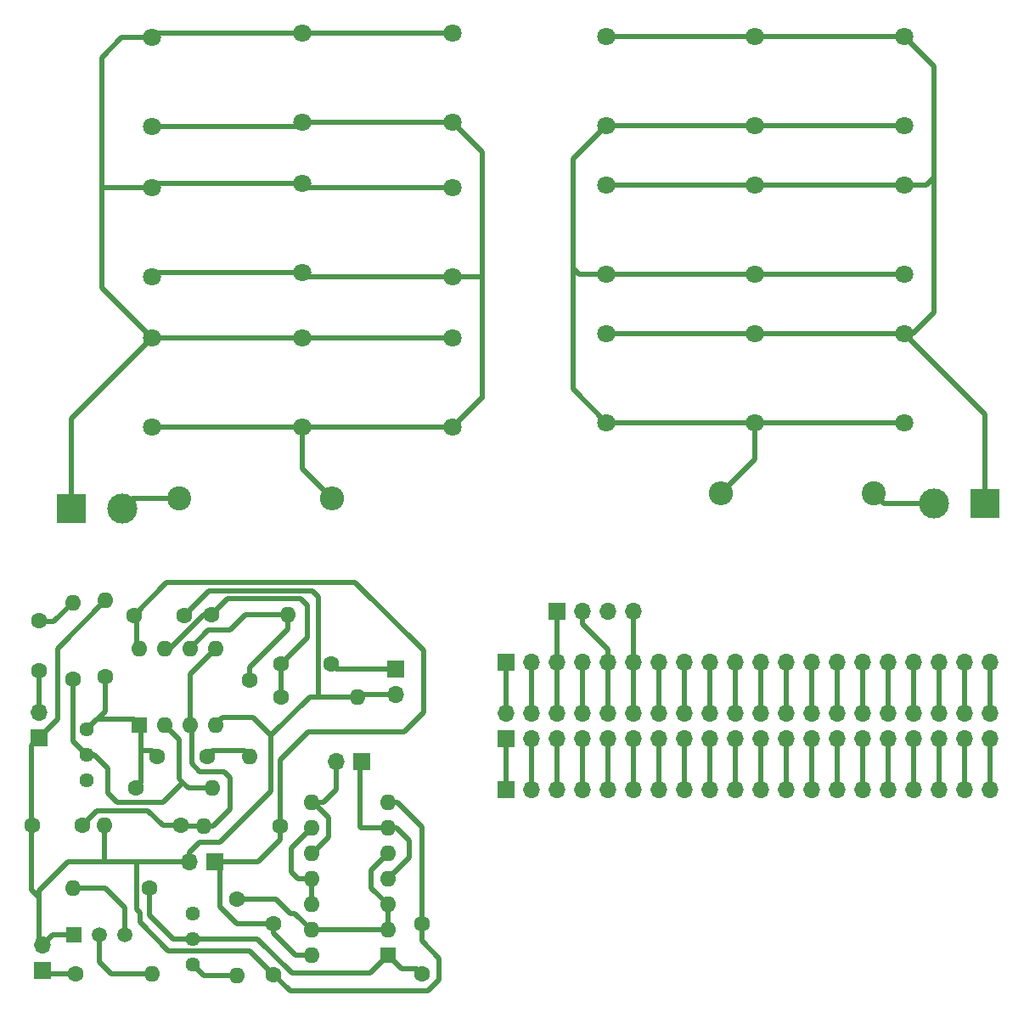
<source format=gbr>
%TF.GenerationSoftware,KiCad,Pcbnew,7.0.11+dfsg-1build4*%
%TF.CreationDate,2025-11-16T19:22:10-06:00*%
%TF.ProjectId,AdapterBoard,41646170-7465-4724-926f-6172642e6b69,rev?*%
%TF.SameCoordinates,Original*%
%TF.FileFunction,Copper,L2,Bot*%
%TF.FilePolarity,Positive*%
%FSLAX46Y46*%
G04 Gerber Fmt 4.6, Leading zero omitted, Abs format (unit mm)*
G04 Created by KiCad (PCBNEW 7.0.11+dfsg-1build4) date 2025-11-16 19:22:10*
%MOMM*%
%LPD*%
G01*
G04 APERTURE LIST*
%TA.AperFunction,ComponentPad*%
%ADD10R,3.000000X3.000000*%
%TD*%
%TA.AperFunction,ComponentPad*%
%ADD11C,3.000000*%
%TD*%
%TA.AperFunction,ComponentPad*%
%ADD12C,1.600000*%
%TD*%
%TA.AperFunction,ComponentPad*%
%ADD13O,1.600000X1.600000*%
%TD*%
%TA.AperFunction,ComponentPad*%
%ADD14R,1.700000X1.700000*%
%TD*%
%TA.AperFunction,ComponentPad*%
%ADD15O,1.700000X1.700000*%
%TD*%
%TA.AperFunction,ComponentPad*%
%ADD16R,1.500000X1.500000*%
%TD*%
%TA.AperFunction,ComponentPad*%
%ADD17C,1.500000*%
%TD*%
%TA.AperFunction,ComponentPad*%
%ADD18C,2.400000*%
%TD*%
%TA.AperFunction,ComponentPad*%
%ADD19O,2.400000X2.400000*%
%TD*%
%TA.AperFunction,ComponentPad*%
%ADD20R,1.600000X1.600000*%
%TD*%
%TA.AperFunction,ComponentPad*%
%ADD21C,1.440000*%
%TD*%
%TA.AperFunction,ComponentPad*%
%ADD22C,1.800000*%
%TD*%
%TA.AperFunction,Conductor*%
%ADD23C,0.500000*%
%TD*%
G04 APERTURE END LIST*
D10*
%TO.P,J9,1,Pin_1*%
%TO.N,Net-(J1-Pin_1)*%
X35000000Y-81000000D03*
D11*
%TO.P,J9,2,Pin_2*%
%TO.N,Net-(J9-Pin_2)*%
X40080000Y-81000000D03*
%TD*%
D10*
%TO.P,J13,1,Pin_1*%
%TO.N,Net-(J13-Pin_1)*%
X126080000Y-80500000D03*
D11*
%TO.P,J13,2,Pin_2*%
%TO.N,Net-(J13-Pin_2)*%
X121000000Y-80500000D03*
%TD*%
D12*
%TO.P,R12,1*%
%TO.N,Net-(C7-Pad1)*%
X48990000Y-91580000D03*
D13*
%TO.P,R12,2*%
%TO.N,Net-(U2B--)*%
X56610000Y-91580000D03*
%TD*%
D14*
%TO.P,J31,1,Pin_1*%
%TO.N,+5V*%
X49270000Y-116180000D03*
D15*
%TO.P,J31,2,Pin_2*%
%TO.N,GND*%
X46730000Y-116180000D03*
%TD*%
D16*
%TO.P,Q1,1,E*%
%TO.N,GND*%
X35220000Y-123470000D03*
D17*
%TO.P,Q1,2,B*%
%TO.N,Net-(Q1-B)*%
X37760000Y-123470000D03*
%TO.P,Q1,3,C*%
%TO.N,Net-(Q1-C)*%
X40300000Y-123470000D03*
%TD*%
D18*
%TO.P,R1,1*%
%TO.N,Net-(J9-Pin_2)*%
X45760000Y-80000000D03*
D19*
%TO.P,R1,2*%
%TO.N,Net-(J1-Pin_2)*%
X61000000Y-80000000D03*
%TD*%
D14*
%TO.P,J33,1,Pin_1*%
%TO.N,Net-(J33-Pin_1)*%
X67320000Y-96980000D03*
D15*
%TO.P,J33,2,Pin_2*%
%TO.N,GND*%
X67320000Y-99520000D03*
%TD*%
D12*
%TO.P,R13,1*%
%TO.N,Net-(C7-Pad1)*%
X55920000Y-99760000D03*
D13*
%TO.P,R13,2*%
%TO.N,GND*%
X63540000Y-99760000D03*
%TD*%
D12*
%TO.P,R9,1*%
%TO.N,Net-(C6-Pad1)*%
X41390000Y-108870000D03*
D13*
%TO.P,R9,2*%
%TO.N,Net-(U2A--)*%
X49010000Y-108870000D03*
%TD*%
D14*
%TO.P,J26,1,Pin_1*%
%TO.N,Net-(J25-Pin_1)*%
X78320000Y-109040000D03*
D15*
%TO.P,J26,2,Pin_2*%
%TO.N,Net-(J25-Pin_3)*%
X80860000Y-109040000D03*
%TO.P,J26,3,Pin_3*%
%TO.N,Net-(J25-Pin_5)*%
X83400000Y-109040000D03*
%TO.P,J26,4,Pin_4*%
%TO.N,Net-(J25-Pin_7)*%
X85940000Y-109040000D03*
%TO.P,J26,5,Pin_5*%
%TO.N,Net-(J25-Pin_9)*%
X88480000Y-109040000D03*
%TO.P,J26,6,Pin_6*%
%TO.N,Net-(J25-Pin_11)*%
X91020000Y-109040000D03*
%TO.P,J26,7,Pin_7*%
%TO.N,Net-(J25-Pin_13)*%
X93560000Y-109040000D03*
%TO.P,J26,8,Pin_8*%
%TO.N,Net-(J25-Pin_15)*%
X96100000Y-109040000D03*
%TO.P,J26,9,Pin_9*%
%TO.N,Net-(J25-Pin_17)*%
X98640000Y-109040000D03*
%TO.P,J26,10,Pin_10*%
%TO.N,Net-(J25-Pin_19)*%
X101180000Y-109040000D03*
%TO.P,J26,11,Pin_11*%
%TO.N,Net-(J25-Pin_21)*%
X103720000Y-109040000D03*
%TO.P,J26,12,Pin_12*%
%TO.N,Net-(J25-Pin_23)*%
X106260000Y-109040000D03*
%TO.P,J26,13,Pin_13*%
%TO.N,Net-(J25-Pin_25)*%
X108800000Y-109040000D03*
%TO.P,J26,14,Pin_14*%
%TO.N,Net-(J25-Pin_27)*%
X111340000Y-109040000D03*
%TO.P,J26,15,Pin_15*%
%TO.N,Net-(J25-Pin_29)*%
X113880000Y-109040000D03*
%TO.P,J26,16,Pin_16*%
%TO.N,Net-(J25-Pin_31)*%
X116420000Y-109040000D03*
%TO.P,J26,17,Pin_17*%
%TO.N,Net-(J25-Pin_33)*%
X118960000Y-109040000D03*
%TO.P,J26,18,Pin_18*%
%TO.N,Net-(J25-Pin_35)*%
X121500000Y-109040000D03*
%TO.P,J26,19,Pin_19*%
%TO.N,Net-(J25-Pin_37)*%
X124040000Y-109040000D03*
%TO.P,J26,20,Pin_20*%
%TO.N,Net-(J25-Pin_39)*%
X126580000Y-109040000D03*
%TD*%
D12*
%TO.P,C1,1*%
%TO.N,Net-(C1-Pad1)*%
X69930000Y-127410000D03*
%TO.P,C1,2*%
%TO.N,GND*%
X69930000Y-122410000D03*
%TD*%
%TO.P,C4,1*%
%TO.N,+5V*%
X41220000Y-91630000D03*
%TO.P,C4,2*%
%TO.N,GND*%
X46220000Y-91630000D03*
%TD*%
%TO.P,R11,1*%
%TO.N,Net-(C6-Pad1)*%
X38354000Y-97790000D03*
D13*
%TO.P,R11,2*%
%TO.N,GND*%
X38354000Y-90170000D03*
%TD*%
D14*
%TO.P,J28,1,Pin_1*%
%TO.N,Net-(J25-Pin_6)*%
X83400000Y-91260000D03*
D15*
%TO.P,J28,2,Pin_2*%
%TO.N,Net-(J25-Pin_10)*%
X85940000Y-91260000D03*
%TO.P,J28,3,Pin_3*%
%TO.N,Net-(J25-Pin_8)*%
X88480000Y-91260000D03*
%TO.P,J28,4,Pin_4*%
%TO.N,Net-(J25-Pin_12)*%
X91020000Y-91260000D03*
%TD*%
D20*
%TO.P,U1,1*%
%TO.N,Net-(C1-Pad1)*%
X66530000Y-125560000D03*
D13*
%TO.P,U1,2*%
%TO.N,Net-(R3-Pad1)*%
X66530000Y-123020000D03*
%TO.P,U1,3*%
X66530000Y-120480000D03*
%TO.P,U1,4*%
%TO.N,Net-(J29-Pin_1)*%
X66530000Y-117940000D03*
%TO.P,U1,5*%
%TO.N,Net-(R3-Pad1)*%
X66530000Y-115400000D03*
%TO.P,U1,6*%
%TO.N,Net-(J29-Pin_1)*%
X66530000Y-112860000D03*
%TO.P,U1,7,GND*%
%TO.N,GND*%
X66530000Y-110320000D03*
%TO.P,U1,8*%
%TO.N,Net-(J29-Pin_2)*%
X58910000Y-110320000D03*
%TO.P,U1,9*%
%TO.N,Net-(U1-Pad11)*%
X58910000Y-112860000D03*
%TO.P,U1,10*%
%TO.N,Net-(J29-Pin_2)*%
X58910000Y-115400000D03*
%TO.P,U1,11*%
%TO.N,Net-(U1-Pad11)*%
X58910000Y-117940000D03*
%TO.P,U1,12*%
X58910000Y-120480000D03*
%TO.P,U1,13*%
%TO.N,Net-(R3-Pad1)*%
X58910000Y-123020000D03*
%TO.P,U1,14,VCC*%
%TO.N,+5V*%
X58910000Y-125560000D03*
%TD*%
D14*
%TO.P,J27,1,Pin_1*%
%TO.N,Net-(J25-Pin_2)*%
X78320000Y-96340000D03*
D15*
%TO.P,J27,2,Pin_2*%
%TO.N,Net-(J25-Pin_4)*%
X80860000Y-96340000D03*
%TO.P,J27,3,Pin_3*%
%TO.N,Net-(J25-Pin_6)*%
X83400000Y-96340000D03*
%TO.P,J27,4,Pin_4*%
%TO.N,Net-(J25-Pin_8)*%
X85940000Y-96340000D03*
%TO.P,J27,5,Pin_5*%
%TO.N,Net-(J25-Pin_10)*%
X88480000Y-96340000D03*
%TO.P,J27,6,Pin_6*%
%TO.N,Net-(J25-Pin_12)*%
X91020000Y-96340000D03*
%TO.P,J27,7,Pin_7*%
%TO.N,Net-(J25-Pin_14)*%
X93560000Y-96340000D03*
%TO.P,J27,8,Pin_8*%
%TO.N,Net-(J25-Pin_16)*%
X96100000Y-96340000D03*
%TO.P,J27,9,Pin_9*%
%TO.N,Net-(J25-Pin_18)*%
X98640000Y-96340000D03*
%TO.P,J27,10,Pin_10*%
%TO.N,Net-(J25-Pin_20)*%
X101180000Y-96340000D03*
%TO.P,J27,11,Pin_11*%
%TO.N,Net-(J25-Pin_22)*%
X103720000Y-96340000D03*
%TO.P,J27,12,Pin_12*%
%TO.N,Net-(J25-Pin_24)*%
X106260000Y-96340000D03*
%TO.P,J27,13,Pin_13*%
%TO.N,Net-(J25-Pin_26)*%
X108800000Y-96340000D03*
%TO.P,J27,14,Pin_14*%
%TO.N,Net-(J25-Pin_28)*%
X111340000Y-96340000D03*
%TO.P,J27,15,Pin_15*%
%TO.N,Net-(J25-Pin_30)*%
X113880000Y-96340000D03*
%TO.P,J27,16,Pin_16*%
%TO.N,Net-(J25-Pin_32)*%
X116420000Y-96340000D03*
%TO.P,J27,17,Pin_17*%
%TO.N,Net-(J25-Pin_34)*%
X118960000Y-96340000D03*
%TO.P,J27,18,Pin_18*%
%TO.N,Net-(J25-Pin_36)*%
X121500000Y-96340000D03*
%TO.P,J27,19,Pin_19*%
%TO.N,Net-(J25-Pin_38)*%
X124040000Y-96340000D03*
%TO.P,J27,20,Pin_20*%
%TO.N,Net-(J25-Pin_40)*%
X126580000Y-96340000D03*
%TD*%
D12*
%TO.P,R6,1*%
%TO.N,Net-(U2A-+)*%
X45920000Y-112620000D03*
D13*
%TO.P,R6,2*%
%TO.N,GND*%
X38300000Y-112620000D03*
%TD*%
D14*
%TO.P,J29,1,Pin_1*%
%TO.N,Net-(J29-Pin_1)*%
X63970000Y-106250000D03*
D15*
%TO.P,J29,2,Pin_2*%
%TO.N,Net-(J29-Pin_2)*%
X61430000Y-106250000D03*
%TD*%
D12*
%TO.P,R10,1*%
%TO.N,Net-(U2B--)*%
X52800000Y-98100000D03*
D13*
%TO.P,R10,2*%
%TO.N,Net-(C6-Pad2)*%
X52800000Y-105720000D03*
%TD*%
D12*
%TO.P,C7,1*%
%TO.N,Net-(C7-Pad1)*%
X55920000Y-96510000D03*
%TO.P,C7,2*%
%TO.N,Net-(J33-Pin_1)*%
X60920000Y-96510000D03*
%TD*%
%TO.P,R3,1*%
%TO.N,Net-(R3-Pad1)*%
X51490000Y-119920000D03*
D13*
%TO.P,R3,2*%
%TO.N,Net-(R3-Pad2)*%
X51490000Y-127540000D03*
%TD*%
D20*
%TO.P,U2,1*%
%TO.N,Net-(C6-Pad1)*%
X41740000Y-102560000D03*
D13*
%TO.P,U2,2,-*%
%TO.N,Net-(U2A--)*%
X44280000Y-102560000D03*
%TO.P,U2,3,+*%
%TO.N,Net-(U2A-+)*%
X46820000Y-102560000D03*
%TO.P,U2,4,V-*%
%TO.N,GND*%
X49360000Y-102560000D03*
%TO.P,U2,5,+*%
%TO.N,Net-(U2A-+)*%
X49360000Y-94940000D03*
%TO.P,U2,6,-*%
%TO.N,Net-(U2B--)*%
X46820000Y-94940000D03*
%TO.P,U2,7*%
%TO.N,Net-(C7-Pad1)*%
X44280000Y-94940000D03*
%TO.P,U2,8,V+*%
%TO.N,+5V*%
X41740000Y-94940000D03*
%TD*%
D14*
%TO.P,J30,1,Pin_1*%
%TO.N,GND*%
X31740000Y-103875000D03*
D15*
%TO.P,J30,2,Pin_2*%
%TO.N,Net-(J30-Pin_2)*%
X31740000Y-101335000D03*
%TD*%
D18*
%TO.P,R2,1*%
%TO.N,Net-(J13-Pin_2)*%
X115000000Y-79500000D03*
D19*
%TO.P,R2,2*%
%TO.N,Net-(J15-Pin_2)*%
X99760000Y-79500000D03*
%TD*%
D12*
%TO.P,R5,1*%
%TO.N,Net-(J32-Pin_1)*%
X35370000Y-127400000D03*
D13*
%TO.P,R5,2*%
%TO.N,Net-(Q1-B)*%
X42990000Y-127400000D03*
%TD*%
D12*
%TO.P,R4,1*%
%TO.N,Net-(C1-Pad1)*%
X42800000Y-118840000D03*
D13*
%TO.P,R4,2*%
%TO.N,Net-(Q1-C)*%
X35180000Y-118840000D03*
%TD*%
D12*
%TO.P,C2,1*%
%TO.N,Net-(J30-Pin_2)*%
X31790000Y-97190000D03*
%TO.P,C2,2*%
%TO.N,Net-(C2-Pad2)*%
X31790000Y-92190000D03*
%TD*%
D21*
%TO.P,RV2,1,1*%
%TO.N,Net-(C6-Pad1)*%
X36510000Y-103040000D03*
%TO.P,RV2,2,2*%
%TO.N,Net-(U2A--)*%
X36510000Y-105580000D03*
%TO.P,RV2,3,3*%
%TO.N,unconnected-(RV2-Pad3)*%
X36510000Y-108120000D03*
%TD*%
D12*
%TO.P,C3,1*%
%TO.N,+5V*%
X55100000Y-122440000D03*
%TO.P,C3,2*%
%TO.N,GND*%
X55100000Y-127440000D03*
%TD*%
D14*
%TO.P,J32,1,Pin_1*%
%TO.N,Net-(J32-Pin_1)*%
X32090000Y-127050000D03*
D15*
%TO.P,J32,2,Pin_2*%
%TO.N,GND*%
X32090000Y-124510000D03*
%TD*%
D21*
%TO.P,RV1,1,1*%
%TO.N,Net-(R3-Pad2)*%
X47100000Y-126460000D03*
%TO.P,RV1,2,2*%
%TO.N,Net-(C1-Pad1)*%
X47100000Y-123920000D03*
%TO.P,RV1,3,3*%
%TO.N,unconnected-(RV1-Pad3)*%
X47100000Y-121380000D03*
%TD*%
D12*
%TO.P,C5,1*%
%TO.N,GND*%
X31100000Y-112560000D03*
%TO.P,C5,2*%
%TO.N,Net-(U2A-+)*%
X36100000Y-112560000D03*
%TD*%
%TO.P,R8,1*%
%TO.N,Net-(U2A--)*%
X35130000Y-98010000D03*
D13*
%TO.P,R8,2*%
%TO.N,Net-(C2-Pad2)*%
X35130000Y-90390000D03*
%TD*%
D12*
%TO.P,C6,1*%
%TO.N,Net-(C6-Pad1)*%
X43520000Y-105690000D03*
%TO.P,C6,2*%
%TO.N,Net-(C6-Pad2)*%
X48520000Y-105690000D03*
%TD*%
%TO.P,R7,1*%
%TO.N,+5V*%
X55770000Y-112690000D03*
D13*
%TO.P,R7,2*%
%TO.N,Net-(U2A-+)*%
X48150000Y-112690000D03*
%TD*%
D22*
%TO.P,J11,1,Pin_1*%
%TO.N,Net-(J1-Pin_1)*%
X43000000Y-34000000D03*
%TO.P,J11,2,Pin_2*%
%TO.N,Net-(J1-Pin_2)*%
X43000000Y-42890000D03*
%TD*%
%TO.P,J21,1,Pin_1*%
%TO.N,Net-(J13-Pin_1)*%
X103171682Y-63555000D03*
%TO.P,J21,2,Pin_2*%
%TO.N,Net-(J15-Pin_2)*%
X103171682Y-72445000D03*
%TD*%
%TO.P,J7,1,Pin_1*%
%TO.N,Net-(J1-Pin_1)*%
X58000000Y-33555000D03*
%TO.P,J7,2,Pin_2*%
%TO.N,Net-(J1-Pin_2)*%
X58000000Y-42445000D03*
%TD*%
%TO.P,J1,1,Pin_1*%
%TO.N,Net-(J1-Pin_1)*%
X73000000Y-33555000D03*
%TO.P,J1,2,Pin_2*%
%TO.N,Net-(J1-Pin_2)*%
X73000000Y-42445000D03*
%TD*%
%TO.P,J2,1,Pin_1*%
%TO.N,Net-(J1-Pin_1)*%
X43000000Y-49000000D03*
%TO.P,J2,2,Pin_2*%
%TO.N,Net-(J1-Pin_2)*%
X43000000Y-57890000D03*
%TD*%
%TO.P,J20,1,Pin_1*%
%TO.N,Net-(J13-Pin_1)*%
X103171682Y-48726682D03*
%TO.P,J20,2,Pin_2*%
%TO.N,Net-(J15-Pin_2)*%
X103171682Y-57616682D03*
%TD*%
%TO.P,J3,1,Pin_1*%
%TO.N,Net-(J1-Pin_1)*%
X73000000Y-49000000D03*
%TO.P,J3,2,Pin_2*%
%TO.N,Net-(J1-Pin_2)*%
X73000000Y-57890000D03*
%TD*%
D14*
%TO.P,J25,1,Pin_1*%
%TO.N,Net-(J25-Pin_1)*%
X78320000Y-103960000D03*
D15*
%TO.P,J25,2,Pin_2*%
%TO.N,Net-(J25-Pin_2)*%
X78320000Y-101420000D03*
%TO.P,J25,3,Pin_3*%
%TO.N,Net-(J25-Pin_3)*%
X80860000Y-103960000D03*
%TO.P,J25,4,Pin_4*%
%TO.N,Net-(J25-Pin_4)*%
X80860000Y-101420000D03*
%TO.P,J25,5,Pin_5*%
%TO.N,Net-(J25-Pin_5)*%
X83400000Y-103960000D03*
%TO.P,J25,6,Pin_6*%
%TO.N,Net-(J25-Pin_6)*%
X83400000Y-101420000D03*
%TO.P,J25,7,Pin_7*%
%TO.N,Net-(J25-Pin_7)*%
X85940000Y-103960000D03*
%TO.P,J25,8,Pin_8*%
%TO.N,Net-(J25-Pin_8)*%
X85940000Y-101420000D03*
%TO.P,J25,9,Pin_9*%
%TO.N,Net-(J25-Pin_9)*%
X88480000Y-103960000D03*
%TO.P,J25,10,Pin_10*%
%TO.N,Net-(J25-Pin_10)*%
X88480000Y-101420000D03*
%TO.P,J25,11,Pin_11*%
%TO.N,Net-(J25-Pin_11)*%
X91020000Y-103960000D03*
%TO.P,J25,12,Pin_12*%
%TO.N,Net-(J25-Pin_12)*%
X91020000Y-101420000D03*
%TO.P,J25,13,Pin_13*%
%TO.N,Net-(J25-Pin_13)*%
X93560000Y-103960000D03*
%TO.P,J25,14,Pin_14*%
%TO.N,Net-(J25-Pin_14)*%
X93560000Y-101420000D03*
%TO.P,J25,15,Pin_15*%
%TO.N,Net-(J25-Pin_15)*%
X96100000Y-103960000D03*
%TO.P,J25,16,Pin_16*%
%TO.N,Net-(J25-Pin_16)*%
X96100000Y-101420000D03*
%TO.P,J25,17,Pin_17*%
%TO.N,Net-(J25-Pin_17)*%
X98640000Y-103960000D03*
%TO.P,J25,18,Pin_18*%
%TO.N,Net-(J25-Pin_18)*%
X98640000Y-101420000D03*
%TO.P,J25,19,Pin_19*%
%TO.N,Net-(J25-Pin_19)*%
X101180000Y-103960000D03*
%TO.P,J25,20,Pin_20*%
%TO.N,Net-(J25-Pin_20)*%
X101180000Y-101420000D03*
%TO.P,J25,21,Pin_21*%
%TO.N,Net-(J25-Pin_21)*%
X103720000Y-103960000D03*
%TO.P,J25,22,Pin_22*%
%TO.N,Net-(J25-Pin_22)*%
X103720000Y-101420000D03*
%TO.P,J25,23,Pin_23*%
%TO.N,Net-(J25-Pin_23)*%
X106260000Y-103960000D03*
%TO.P,J25,24,Pin_24*%
%TO.N,Net-(J25-Pin_24)*%
X106260000Y-101420000D03*
%TO.P,J25,25,Pin_25*%
%TO.N,Net-(J25-Pin_25)*%
X108800000Y-103960000D03*
%TO.P,J25,26,Pin_26*%
%TO.N,Net-(J25-Pin_26)*%
X108800000Y-101420000D03*
%TO.P,J25,27,Pin_27*%
%TO.N,Net-(J25-Pin_27)*%
X111340000Y-103960000D03*
%TO.P,J25,28,Pin_28*%
%TO.N,Net-(J25-Pin_28)*%
X111340000Y-101420000D03*
%TO.P,J25,29,Pin_29*%
%TO.N,Net-(J25-Pin_29)*%
X113880000Y-103960000D03*
%TO.P,J25,30,Pin_30*%
%TO.N,Net-(J25-Pin_30)*%
X113880000Y-101420000D03*
%TO.P,J25,31,Pin_31*%
%TO.N,Net-(J25-Pin_31)*%
X116420000Y-103960000D03*
%TO.P,J25,32,Pin_32*%
%TO.N,Net-(J25-Pin_32)*%
X116420000Y-101420000D03*
%TO.P,J25,33,Pin_33*%
%TO.N,Net-(J25-Pin_33)*%
X118960000Y-103960000D03*
%TO.P,J25,34,Pin_34*%
%TO.N,Net-(J25-Pin_34)*%
X118960000Y-101420000D03*
%TO.P,J25,35,Pin_35*%
%TO.N,Net-(J25-Pin_35)*%
X121500000Y-103960000D03*
%TO.P,J25,36,Pin_36*%
%TO.N,Net-(J25-Pin_36)*%
X121500000Y-101420000D03*
%TO.P,J25,37,Pin_37*%
%TO.N,Net-(J25-Pin_37)*%
X124040000Y-103960000D03*
%TO.P,J25,38,Pin_38*%
%TO.N,Net-(J25-Pin_38)*%
X124040000Y-101420000D03*
%TO.P,J25,39,Pin_39*%
%TO.N,Net-(J25-Pin_39)*%
X126580000Y-103960000D03*
%TO.P,J25,40,Pin_40*%
%TO.N,Net-(J25-Pin_40)*%
X126580000Y-101420000D03*
%TD*%
D22*
%TO.P,J8,1,Pin_1*%
%TO.N,Net-(J1-Pin_1)*%
X73000000Y-64000000D03*
%TO.P,J8,2,Pin_2*%
%TO.N,Net-(J1-Pin_2)*%
X73000000Y-72890000D03*
%TD*%
%TO.P,J4,1,Pin_1*%
%TO.N,Net-(J1-Pin_1)*%
X58000000Y-48555000D03*
%TO.P,J4,2,Pin_2*%
%TO.N,Net-(J1-Pin_2)*%
X58000000Y-57445000D03*
%TD*%
%TO.P,J24,1,Pin_1*%
%TO.N,Net-(J13-Pin_1)*%
X88343364Y-63555000D03*
%TO.P,J24,2,Pin_2*%
%TO.N,Net-(J15-Pin_2)*%
X88343364Y-72445000D03*
%TD*%
%TO.P,J22,1,Pin_1*%
%TO.N,Net-(J13-Pin_1)*%
X88343364Y-33898364D03*
%TO.P,J22,2,Pin_2*%
%TO.N,Net-(J15-Pin_2)*%
X88343364Y-42788364D03*
%TD*%
%TO.P,J6,1,Pin_1*%
%TO.N,Net-(J1-Pin_1)*%
X58000000Y-64000000D03*
%TO.P,J6,2,Pin_2*%
%TO.N,Net-(J1-Pin_2)*%
X58000000Y-72890000D03*
%TD*%
%TO.P,J19,1,Pin_1*%
%TO.N,Net-(J13-Pin_1)*%
X103171682Y-33898364D03*
%TO.P,J19,2,Pin_2*%
%TO.N,Net-(J15-Pin_2)*%
X103171682Y-42788364D03*
%TD*%
%TO.P,J17,1,Pin_1*%
%TO.N,Net-(J13-Pin_1)*%
X118000000Y-48726682D03*
%TO.P,J17,2,Pin_2*%
%TO.N,Net-(J15-Pin_2)*%
X118000000Y-57616682D03*
%TD*%
%TO.P,J23,1,Pin_1*%
%TO.N,Net-(J13-Pin_1)*%
X88343364Y-48726682D03*
%TO.P,J23,2,Pin_2*%
%TO.N,Net-(J15-Pin_2)*%
X88343364Y-57616682D03*
%TD*%
%TO.P,J5,1,Pin_1*%
%TO.N,Net-(J1-Pin_1)*%
X43000000Y-64000000D03*
%TO.P,J5,2,Pin_2*%
%TO.N,Net-(J1-Pin_2)*%
X43000000Y-72890000D03*
%TD*%
%TO.P,J15,1,Pin_1*%
%TO.N,Net-(J13-Pin_1)*%
X118000000Y-33898364D03*
%TO.P,J15,2,Pin_2*%
%TO.N,Net-(J15-Pin_2)*%
X118000000Y-42788364D03*
%TD*%
%TO.P,J18,1,Pin_1*%
%TO.N,Net-(J13-Pin_1)*%
X118000000Y-63555000D03*
%TO.P,J18,2,Pin_2*%
%TO.N,Net-(J15-Pin_2)*%
X118000000Y-72445000D03*
%TD*%
D23*
%TO.N,Net-(J13-Pin_1)*%
X120273318Y-48726682D02*
X121000000Y-48000000D01*
X103171682Y-63555000D02*
X118000000Y-63555000D01*
X118000000Y-33898364D02*
X121000000Y-36898364D01*
X126080000Y-80500000D02*
X126080000Y-71635000D01*
X118000000Y-48726682D02*
X103171682Y-48726682D01*
X118000000Y-33898364D02*
X103171682Y-33898364D01*
X121000000Y-48000000D02*
X121000000Y-61445000D01*
X126080000Y-71635000D02*
X118000000Y-63555000D01*
X121000000Y-61445000D02*
X118890000Y-63555000D01*
X103171682Y-48726682D02*
X88343364Y-48726682D01*
X103171682Y-33898364D02*
X88343364Y-33898364D01*
X88343364Y-63555000D02*
X103171682Y-63555000D01*
X118000000Y-48726682D02*
X120273318Y-48726682D01*
X121000000Y-36898364D02*
X121000000Y-48000000D01*
X118890000Y-63555000D02*
X118000000Y-63555000D01*
%TO.N,Net-(J13-Pin_2)*%
X116000000Y-80500000D02*
X115000000Y-79500000D01*
X121000000Y-80500000D02*
X116000000Y-80500000D01*
%TO.N,Net-(J9-Pin_2)*%
X41080000Y-80000000D02*
X40080000Y-81000000D01*
X45760000Y-80000000D02*
X41080000Y-80000000D01*
%TO.N,Net-(J15-Pin_2)*%
X103171682Y-72445000D02*
X88343364Y-72445000D01*
X85000000Y-46131728D02*
X85000000Y-57000000D01*
X118000000Y-72445000D02*
X103171682Y-72445000D01*
X85000000Y-57000000D02*
X85000000Y-69101636D01*
X103171682Y-42788364D02*
X88343364Y-42788364D01*
X88343364Y-57616682D02*
X85616682Y-57616682D01*
X85000000Y-69101636D02*
X88343364Y-72445000D01*
X118000000Y-57616682D02*
X103171682Y-57616682D01*
X88343364Y-42788364D02*
X85000000Y-46131728D01*
X103171682Y-57616682D02*
X88343364Y-57616682D01*
X103171682Y-76088318D02*
X99760000Y-79500000D01*
X103171682Y-72445000D02*
X103171682Y-76088318D01*
X118000000Y-42788364D02*
X103171682Y-42788364D01*
X85616682Y-57616682D02*
X85000000Y-57000000D01*
%TO.N,Net-(J1-Pin_1)*%
X35000000Y-81000000D02*
X35000000Y-72000000D01*
X35000000Y-72000000D02*
X43000000Y-64000000D01*
X73000000Y-33555000D02*
X58000000Y-33555000D01*
X58000000Y-64000000D02*
X43000000Y-64000000D01*
X73000000Y-49000000D02*
X58445000Y-49000000D01*
X40000000Y-34000000D02*
X38000000Y-36000000D01*
X38000000Y-36000000D02*
X38000000Y-49000000D01*
X58445000Y-49000000D02*
X58000000Y-48555000D01*
X43000000Y-34000000D02*
X40000000Y-34000000D01*
X43445000Y-48555000D02*
X43000000Y-49000000D01*
X43000000Y-49000000D02*
X38000000Y-49000000D01*
X58000000Y-33555000D02*
X43445000Y-33555000D01*
X38000000Y-59000000D02*
X43000000Y-64000000D01*
X58000000Y-48555000D02*
X43445000Y-48555000D01*
X38000000Y-49000000D02*
X38000000Y-59000000D01*
X43445000Y-33555000D02*
X43000000Y-34000000D01*
X73000000Y-64000000D02*
X58000000Y-64000000D01*
%TO.N,Net-(J1-Pin_2)*%
X58000000Y-72890000D02*
X58000000Y-77000000D01*
X76000000Y-58000000D02*
X76000000Y-45445000D01*
X58000000Y-57445000D02*
X43445000Y-57445000D01*
X75890000Y-57890000D02*
X76000000Y-58000000D01*
X43445000Y-57445000D02*
X43000000Y-57890000D01*
X75890000Y-70000000D02*
X76000000Y-70000000D01*
X57555000Y-42890000D02*
X58000000Y-42445000D01*
X73000000Y-57890000D02*
X58445000Y-57890000D01*
X58000000Y-77000000D02*
X61000000Y-80000000D01*
X73000000Y-42445000D02*
X58000000Y-42445000D01*
X73000000Y-57890000D02*
X75890000Y-57890000D01*
X76000000Y-70000000D02*
X76000000Y-58000000D01*
X58000000Y-72890000D02*
X43000000Y-72890000D01*
X58445000Y-57890000D02*
X58000000Y-57445000D01*
X73000000Y-72890000D02*
X58000000Y-72890000D01*
X76000000Y-45445000D02*
X73000000Y-42445000D01*
X73000000Y-72890000D02*
X75890000Y-70000000D01*
X43000000Y-42890000D02*
X57555000Y-42890000D01*
%TO.N,Net-(J25-Pin_1)*%
X78320000Y-103960000D02*
X78320000Y-109040000D01*
%TO.N,Net-(J25-Pin_2)*%
X78320000Y-101420000D02*
X78320000Y-96340000D01*
%TO.N,Net-(J25-Pin_3)*%
X80860000Y-103960000D02*
X80860000Y-109040000D01*
%TO.N,Net-(J25-Pin_4)*%
X80860000Y-101420000D02*
X80860000Y-96340000D01*
%TO.N,Net-(J25-Pin_5)*%
X83400000Y-103960000D02*
X83400000Y-109040000D01*
%TO.N,Net-(J25-Pin_6)*%
X83400000Y-96340000D02*
X83400000Y-91260000D01*
X83400000Y-101420000D02*
X83400000Y-96340000D01*
%TO.N,Net-(J25-Pin_7)*%
X85940000Y-103960000D02*
X85940000Y-109040000D01*
%TO.N,Net-(J25-Pin_8)*%
X85940000Y-96340000D02*
X85940000Y-101420000D01*
%TO.N,Net-(J25-Pin_9)*%
X88480000Y-103960000D02*
X88480000Y-109040000D01*
%TO.N,Net-(J25-Pin_10)*%
X88480000Y-96340000D02*
X88480000Y-101420000D01*
X88480000Y-95070000D02*
X88480000Y-96340000D01*
X85940000Y-91260000D02*
X85940000Y-92530000D01*
X85940000Y-92530000D02*
X88480000Y-95070000D01*
%TO.N,Net-(J25-Pin_11)*%
X91020000Y-103960000D02*
X91020000Y-109040000D01*
%TO.N,Net-(J25-Pin_12)*%
X91020000Y-96340000D02*
X91020000Y-101420000D01*
X91020000Y-96340000D02*
X91020000Y-91260000D01*
%TO.N,Net-(J25-Pin_13)*%
X93560000Y-103960000D02*
X93560000Y-109040000D01*
%TO.N,Net-(J25-Pin_14)*%
X93560000Y-96340000D02*
X93560000Y-101420000D01*
%TO.N,Net-(J25-Pin_15)*%
X96100000Y-103960000D02*
X96100000Y-109040000D01*
%TO.N,Net-(J25-Pin_16)*%
X96100000Y-96340000D02*
X96100000Y-101420000D01*
%TO.N,Net-(J25-Pin_17)*%
X98640000Y-103960000D02*
X98640000Y-109040000D01*
%TO.N,Net-(J25-Pin_18)*%
X98640000Y-101420000D02*
X98640000Y-96340000D01*
%TO.N,Net-(J25-Pin_19)*%
X101180000Y-103960000D02*
X101180000Y-109040000D01*
%TO.N,Net-(J25-Pin_20)*%
X101180000Y-96340000D02*
X101180000Y-101420000D01*
%TO.N,Net-(J25-Pin_21)*%
X103720000Y-103960000D02*
X103720000Y-109040000D01*
%TO.N,Net-(J25-Pin_22)*%
X103720000Y-96340000D02*
X103720000Y-101420000D01*
%TO.N,Net-(J25-Pin_23)*%
X106260000Y-103960000D02*
X106260000Y-109040000D01*
%TO.N,Net-(J25-Pin_24)*%
X106260000Y-96340000D02*
X106260000Y-101420000D01*
%TO.N,Net-(J25-Pin_25)*%
X108800000Y-103960000D02*
X108800000Y-109040000D01*
%TO.N,Net-(J25-Pin_26)*%
X108800000Y-96340000D02*
X108800000Y-101420000D01*
%TO.N,Net-(J25-Pin_27)*%
X111340000Y-103960000D02*
X111340000Y-109040000D01*
%TO.N,Net-(J25-Pin_28)*%
X111340000Y-96340000D02*
X111340000Y-101420000D01*
%TO.N,Net-(J25-Pin_29)*%
X113880000Y-103960000D02*
X113880000Y-109040000D01*
%TO.N,Net-(J25-Pin_30)*%
X113880000Y-96340000D02*
X113880000Y-101420000D01*
%TO.N,Net-(J25-Pin_31)*%
X116420000Y-109040000D02*
X116420000Y-103960000D01*
%TO.N,Net-(J25-Pin_32)*%
X116420000Y-101420000D02*
X116420000Y-96340000D01*
%TO.N,Net-(J25-Pin_33)*%
X118960000Y-103960000D02*
X118960000Y-109040000D01*
%TO.N,Net-(J25-Pin_34)*%
X118960000Y-101420000D02*
X118960000Y-96340000D01*
%TO.N,Net-(J25-Pin_35)*%
X121500000Y-103960000D02*
X121500000Y-109040000D01*
%TO.N,Net-(J25-Pin_36)*%
X121500000Y-96340000D02*
X121500000Y-101420000D01*
%TO.N,Net-(J25-Pin_37)*%
X124040000Y-103960000D02*
X124040000Y-109040000D01*
%TO.N,Net-(J25-Pin_38)*%
X124040000Y-101420000D02*
X124040000Y-96340000D01*
%TO.N,Net-(J25-Pin_39)*%
X126580000Y-103960000D02*
X126580000Y-109040000D01*
%TO.N,Net-(J25-Pin_40)*%
X126580000Y-101420000D02*
X126580000Y-96340000D01*
%TO.N,Net-(C1-Pad1)*%
X42800000Y-118840000D02*
X42800000Y-121550000D01*
X46250000Y-123920000D02*
X47100000Y-123920000D01*
X66530000Y-125560000D02*
X64770000Y-127320000D01*
X53560000Y-123920000D02*
X47100000Y-123920000D01*
X64770000Y-127320000D02*
X56960000Y-127320000D01*
X56960000Y-127320000D02*
X53560000Y-123920000D01*
X42800000Y-121550000D02*
X45170000Y-123920000D01*
X66530000Y-125560000D02*
X67875000Y-126905000D01*
X45170000Y-123920000D02*
X46250000Y-123920000D01*
X67875000Y-126905000D02*
X69425000Y-126905000D01*
X69425000Y-126905000D02*
X69930000Y-127410000D01*
%TO.N,GND*%
X56790000Y-129130000D02*
X55100000Y-127440000D01*
X31000000Y-112660000D02*
X31100000Y-112560000D01*
X31740000Y-119770000D02*
X31740000Y-124160000D01*
X48670000Y-89180000D02*
X46220000Y-91630000D01*
X69930000Y-122410000D02*
X69930000Y-112770000D01*
X41810000Y-122240000D02*
X41810000Y-121300000D01*
X31000000Y-119030000D02*
X31000000Y-112660000D01*
X59590000Y-89780000D02*
X58990000Y-89180000D01*
X34680000Y-116180000D02*
X31740000Y-119120000D01*
X58736000Y-99760000D02*
X54864000Y-103632000D01*
X67320000Y-99520000D02*
X63780000Y-99520000D01*
X35220000Y-123470000D02*
X33130000Y-123470000D01*
X49360000Y-102560000D02*
X50066000Y-101854000D01*
X71660000Y-125840000D02*
X71660000Y-127980000D01*
X34680000Y-116180000D02*
X38250000Y-116180000D01*
X33590000Y-94934000D02*
X33590000Y-102025000D01*
X38250000Y-116180000D02*
X41470000Y-116180000D01*
X67480000Y-110320000D02*
X66530000Y-110320000D01*
X31100000Y-112560000D02*
X31000000Y-112460000D01*
X71660000Y-127980000D02*
X70510000Y-129130000D01*
X41470000Y-120960000D02*
X41470000Y-116180000D01*
X33590000Y-102025000D02*
X31740000Y-103875000D01*
X31740000Y-119770000D02*
X31000000Y-119030000D01*
X59590000Y-99760000D02*
X58736000Y-99760000D01*
X38300000Y-112620000D02*
X38300000Y-116130000D01*
X69930000Y-112770000D02*
X67480000Y-110320000D01*
X70510000Y-129130000D02*
X56790000Y-129130000D01*
X31740000Y-119120000D02*
X31740000Y-119770000D01*
X59590000Y-99760000D02*
X59590000Y-89780000D01*
X49784000Y-114300000D02*
X47752000Y-114300000D01*
X31000000Y-104615000D02*
X31740000Y-103875000D01*
X44660000Y-125090000D02*
X41810000Y-122240000D01*
X46730000Y-115322000D02*
X46730000Y-116180000D01*
X55100000Y-127440000D02*
X52750000Y-125090000D01*
X52750000Y-125090000D02*
X44660000Y-125090000D01*
X69930000Y-122410000D02*
X69930000Y-124110000D01*
X50066000Y-101854000D02*
X53086000Y-101854000D01*
X41470000Y-116180000D02*
X46730000Y-116180000D01*
X53086000Y-101854000D02*
X54864000Y-103632000D01*
X38354000Y-90170000D02*
X33590000Y-94934000D01*
X69930000Y-124110000D02*
X71660000Y-125840000D01*
X63540000Y-99760000D02*
X59590000Y-99760000D01*
X38300000Y-116130000D02*
X38250000Y-116180000D01*
X41810000Y-121300000D02*
X41470000Y-120960000D01*
X54864000Y-109220000D02*
X49784000Y-114300000D01*
X31000000Y-112460000D02*
X31000000Y-104615000D01*
X63780000Y-99520000D02*
X63540000Y-99760000D01*
X58990000Y-89180000D02*
X48670000Y-89180000D01*
X47752000Y-114300000D02*
X46730000Y-115322000D01*
X33130000Y-123470000D02*
X32090000Y-124510000D01*
X54864000Y-103632000D02*
X54864000Y-109220000D01*
X31740000Y-124160000D02*
X32090000Y-124510000D01*
%TO.N,Net-(J30-Pin_2)*%
X31790000Y-101285000D02*
X31740000Y-101335000D01*
X31790000Y-97190000D02*
X31790000Y-101285000D01*
%TO.N,Net-(C2-Pad2)*%
X33220000Y-92300000D02*
X31900000Y-92300000D01*
X31900000Y-92300000D02*
X31790000Y-92190000D01*
X35130000Y-90390000D02*
X33220000Y-92300000D01*
%TO.N,+5V*%
X41482000Y-94682000D02*
X41740000Y-94940000D01*
X44480000Y-88370000D02*
X41220000Y-91630000D01*
X49760000Y-120720000D02*
X49760000Y-116670000D01*
X55770000Y-106090000D02*
X58620000Y-103240000D01*
X68190000Y-103240000D02*
X70100000Y-101330000D01*
X55770000Y-112690000D02*
X55770000Y-106090000D01*
X41482000Y-91892000D02*
X41482000Y-94682000D01*
X55770000Y-112690000D02*
X55770000Y-114030000D01*
X51480000Y-122440000D02*
X49760000Y-120720000D01*
X63300000Y-88370000D02*
X44480000Y-88370000D01*
X55100000Y-123300000D02*
X55100000Y-122440000D01*
X70100000Y-95170000D02*
X63300000Y-88370000D01*
X49760000Y-116670000D02*
X49270000Y-116180000D01*
X53620000Y-116180000D02*
X49270000Y-116180000D01*
X57360000Y-125560000D02*
X55100000Y-123300000D01*
X58910000Y-125560000D02*
X57360000Y-125560000D01*
X55770000Y-114030000D02*
X53620000Y-116180000D01*
X41220000Y-91630000D02*
X41482000Y-91892000D01*
X70100000Y-101330000D02*
X70100000Y-95170000D01*
X58620000Y-103240000D02*
X68190000Y-103240000D01*
X55100000Y-122440000D02*
X51480000Y-122440000D01*
%TO.N,Net-(C6-Pad1)*%
X38354000Y-101196000D02*
X36510000Y-103040000D01*
X36510000Y-103040000D02*
X37520000Y-102030000D01*
X41910000Y-108350000D02*
X41390000Y-108870000D01*
X41910000Y-102730000D02*
X41910000Y-105156000D01*
X41210000Y-102030000D02*
X41740000Y-102560000D01*
X41910000Y-105156000D02*
X41910000Y-108350000D01*
X41740000Y-102560000D02*
X41910000Y-102730000D01*
X43520000Y-105690000D02*
X42986000Y-105156000D01*
X38354000Y-97790000D02*
X38354000Y-101196000D01*
X37520000Y-102030000D02*
X41210000Y-102030000D01*
X42986000Y-105156000D02*
X41910000Y-105156000D01*
%TO.N,Net-(C6-Pad2)*%
X49054000Y-105156000D02*
X48520000Y-105690000D01*
X52800000Y-105720000D02*
X52236000Y-105156000D01*
X52236000Y-105156000D02*
X49054000Y-105156000D01*
%TO.N,Net-(C7-Pad1)*%
X48190000Y-91580000D02*
X44830000Y-94940000D01*
X44830000Y-94940000D02*
X44280000Y-94940000D01*
X55920000Y-96510000D02*
X55920000Y-99760000D01*
X58540000Y-93890000D02*
X55920000Y-96510000D01*
X58540000Y-90680000D02*
X58540000Y-93890000D01*
X48990000Y-91580000D02*
X48190000Y-91580000D01*
X57830000Y-89970000D02*
X58540000Y-90680000D01*
X48990000Y-91580000D02*
X50600000Y-89970000D01*
X50600000Y-89970000D02*
X57830000Y-89970000D01*
%TO.N,Net-(J33-Pin_1)*%
X61390000Y-96980000D02*
X60920000Y-96510000D01*
X67320000Y-96980000D02*
X61390000Y-96980000D01*
%TO.N,Net-(J29-Pin_1)*%
X63970000Y-106250000D02*
X63790000Y-106430000D01*
X63900000Y-112860000D02*
X66530000Y-112860000D01*
X63790000Y-112750000D02*
X63900000Y-112860000D01*
X68670000Y-114105000D02*
X67425000Y-112860000D01*
X63790000Y-106430000D02*
X63790000Y-112750000D01*
X66530000Y-117940000D02*
X68670000Y-115800000D01*
X67425000Y-112860000D02*
X66530000Y-112860000D01*
X68670000Y-115800000D02*
X68670000Y-114105000D01*
%TO.N,Net-(J29-Pin_2)*%
X60660000Y-113725000D02*
X60660000Y-111855000D01*
X60145000Y-110320000D02*
X58910000Y-110320000D01*
X61430000Y-109035000D02*
X60145000Y-110320000D01*
X61430000Y-106250000D02*
X61430000Y-109035000D01*
X58910000Y-115400000D02*
X58985000Y-115400000D01*
X58985000Y-115400000D02*
X60660000Y-113725000D01*
X59125000Y-110320000D02*
X58910000Y-110320000D01*
X60660000Y-111855000D02*
X59125000Y-110320000D01*
%TO.N,Net-(J32-Pin_1)*%
X32440000Y-127400000D02*
X32090000Y-127050000D01*
X35370000Y-127400000D02*
X32440000Y-127400000D01*
%TO.N,Net-(Q1-B)*%
X38980000Y-127400000D02*
X42990000Y-127400000D01*
X37760000Y-123470000D02*
X37760000Y-126180000D01*
X37760000Y-126180000D02*
X38980000Y-127400000D01*
%TO.N,Net-(Q1-C)*%
X40300000Y-120800000D02*
X38340000Y-118840000D01*
X38340000Y-118840000D02*
X35180000Y-118840000D01*
X40300000Y-123470000D02*
X40300000Y-120800000D01*
%TO.N,Net-(R3-Pad1)*%
X58910000Y-123020000D02*
X66530000Y-123020000D01*
X57240000Y-121350000D02*
X58910000Y-123020000D01*
X66530000Y-120480000D02*
X64870000Y-118820000D01*
X51490000Y-119920000D02*
X55390000Y-119920000D01*
X64870000Y-117060000D02*
X66530000Y-115400000D01*
X64870000Y-118820000D02*
X64870000Y-117060000D01*
X56820000Y-121350000D02*
X57240000Y-121350000D01*
X55390000Y-119920000D02*
X56820000Y-121350000D01*
X66530000Y-120480000D02*
X66530000Y-123020000D01*
%TO.N,Net-(R3-Pad2)*%
X48180000Y-127540000D02*
X47100000Y-126460000D01*
X51490000Y-127540000D02*
X48180000Y-127540000D01*
%TO.N,Net-(U1-Pad11)*%
X57615000Y-117940000D02*
X56930000Y-117255000D01*
X58910000Y-120480000D02*
X58910000Y-117940000D01*
X58910000Y-117940000D02*
X57615000Y-117940000D01*
X56930000Y-114840000D02*
X58910000Y-112860000D01*
X56930000Y-117255000D02*
X56930000Y-114840000D01*
%TO.N,Net-(U2A-+)*%
X50800000Y-110998000D02*
X50800000Y-107840000D01*
X50190000Y-107230000D02*
X47794000Y-107230000D01*
X37560000Y-111100000D02*
X42580000Y-111100000D01*
X45990000Y-112690000D02*
X45920000Y-112620000D01*
X42580000Y-111100000D02*
X44100000Y-112620000D01*
X49108000Y-112690000D02*
X50800000Y-110998000D01*
X47794000Y-107230000D02*
X46990000Y-106426000D01*
X48150000Y-112690000D02*
X49108000Y-112690000D01*
X36100000Y-112560000D02*
X37560000Y-111100000D01*
X46820000Y-97480000D02*
X49360000Y-94940000D01*
X46990000Y-102730000D02*
X46820000Y-102560000D01*
X46820000Y-102560000D02*
X46820000Y-97480000D01*
X46990000Y-106426000D02*
X46990000Y-102730000D01*
X44100000Y-112620000D02*
X45920000Y-112620000D01*
X50800000Y-107840000D02*
X50190000Y-107230000D01*
X48150000Y-112690000D02*
X45990000Y-112690000D01*
%TO.N,Net-(U2A--)*%
X35130000Y-98010000D02*
X35130000Y-104200000D01*
X39570000Y-110300000D02*
X38608000Y-109338000D01*
X46101000Y-108331000D02*
X44132000Y-110300000D01*
X46101000Y-108331000D02*
X45720000Y-107950000D01*
X37270000Y-105580000D02*
X36510000Y-105580000D01*
X35130000Y-104200000D02*
X36510000Y-105580000D01*
X45720000Y-107950000D02*
X45720000Y-104000000D01*
X49010000Y-108870000D02*
X46640000Y-108870000D01*
X44132000Y-110300000D02*
X39570000Y-110300000D01*
X45720000Y-104000000D02*
X44280000Y-102560000D01*
X38608000Y-109338000D02*
X38608000Y-106918000D01*
X38608000Y-106918000D02*
X37270000Y-105580000D01*
X46640000Y-108870000D02*
X46101000Y-108331000D01*
%TO.N,Net-(U2B--)*%
X52360000Y-91580000D02*
X56610000Y-91580000D01*
X48630000Y-93130000D02*
X50810000Y-93130000D01*
X46820000Y-94940000D02*
X48630000Y-93130000D01*
X56610000Y-92980000D02*
X52800000Y-96790000D01*
X50810000Y-93130000D02*
X52360000Y-91580000D01*
X56610000Y-91580000D02*
X56610000Y-92980000D01*
X52800000Y-96790000D02*
X52800000Y-98100000D01*
%TD*%
M02*

</source>
